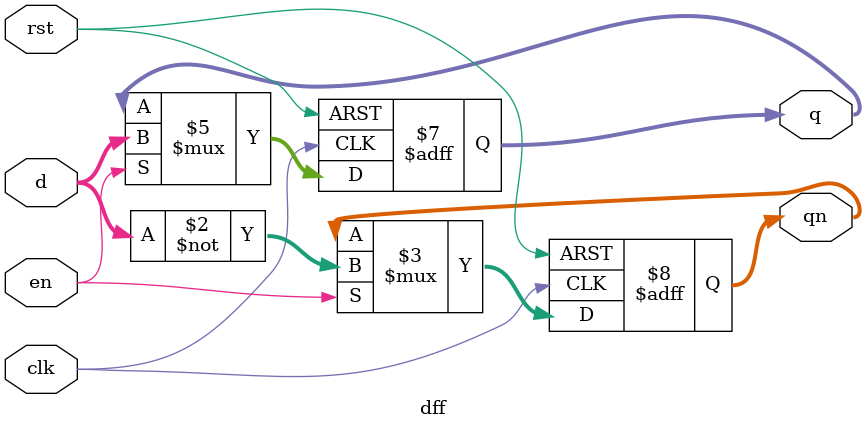
<source format=sv>
module dff
	# (
		parameter n = 32
	)(
	input logic [n-1:0] d, 
	input clk, 
	input rst,
	input en,
	output logic [n-1:0] q, 
	output logic [n-1:0] qn
);

	always_ff @(posedge clk, posedge rst) begin
		if (rst) begin
			q  <= 0;
			qn <= -1;
		end else if (en) begin
			q  <= d;
			qn <= ~d;
		end
	end
endmodule

</source>
